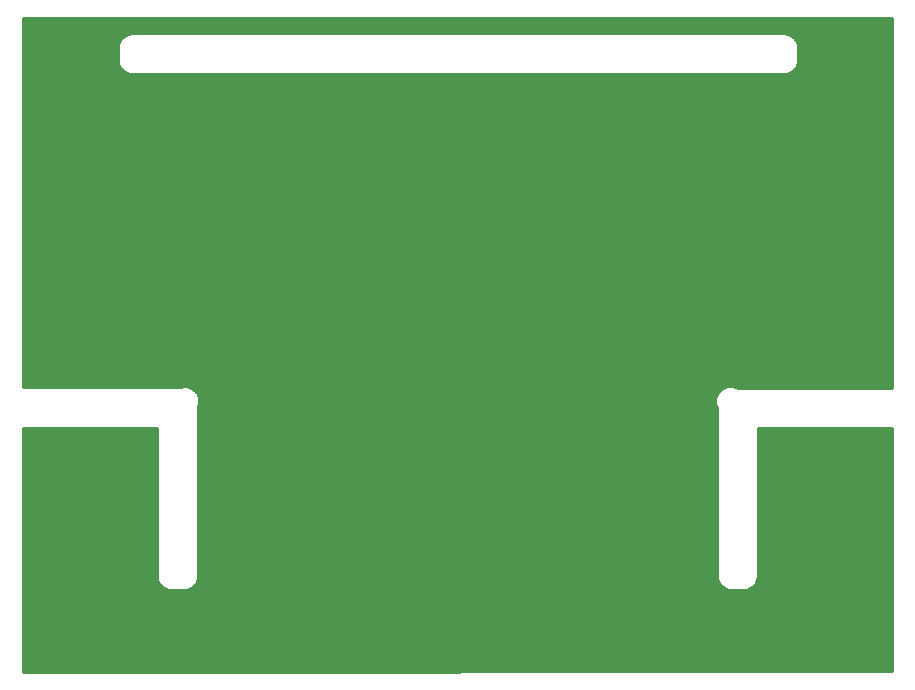
<source format=gbr>
%TF.GenerationSoftware,KiCad,Pcbnew,(5.1.8)-1*%
%TF.CreationDate,2021-12-10T09:08:58+01:00*%
%TF.ProjectId,FirePlaceBase,46697265-506c-4616-9365-426173652e6b,rev?*%
%TF.SameCoordinates,Original*%
%TF.FileFunction,Copper,L2,Bot*%
%TF.FilePolarity,Positive*%
%FSLAX46Y46*%
G04 Gerber Fmt 4.6, Leading zero omitted, Abs format (unit mm)*
G04 Created by KiCad (PCBNEW (5.1.8)-1) date 2021-12-10 09:08:58*
%MOMM*%
%LPD*%
G01*
G04 APERTURE LIST*
%TA.AperFunction,NonConductor*%
%ADD10C,0.254000*%
%TD*%
%TA.AperFunction,NonConductor*%
%ADD11C,0.100000*%
%TD*%
G04 APERTURE END LIST*
D10*
X152236500Y-28138604D02*
X152236501Y-28138614D01*
X152236500Y-29738604D01*
X152236501Y-29738614D01*
X152236500Y-57177000D01*
X139166392Y-57177000D01*
X139095342Y-57140172D01*
X139033470Y-57115425D01*
X138971997Y-57089836D01*
X138962162Y-57086904D01*
X138962157Y-57086902D01*
X138962149Y-57086900D01*
X138861179Y-57057565D01*
X138795672Y-57045305D01*
X138730391Y-57032142D01*
X138720188Y-57031177D01*
X138720181Y-57031176D01*
X138720174Y-57031176D01*
X138615417Y-57022011D01*
X138548795Y-57022709D01*
X138482189Y-57022476D01*
X138471979Y-57023513D01*
X138471977Y-57023513D01*
X138367435Y-57034870D01*
X138302193Y-57048500D01*
X138236830Y-57061205D01*
X138227016Y-57064205D01*
X138126670Y-57095652D01*
X138065321Y-57121693D01*
X138003676Y-57146850D01*
X137994631Y-57151700D01*
X137902304Y-57202038D01*
X137847190Y-57239493D01*
X137791592Y-57276153D01*
X137783662Y-57282666D01*
X137702870Y-57349979D01*
X137656057Y-57397450D01*
X137608658Y-57444192D01*
X137602144Y-57452122D01*
X137535966Y-57533846D01*
X137499286Y-57589475D01*
X137461852Y-57644557D01*
X137457003Y-57653601D01*
X137407959Y-57746622D01*
X137382776Y-57808331D01*
X137356762Y-57869615D01*
X137353761Y-57879429D01*
X137323718Y-57980204D01*
X137310999Y-58045635D01*
X137297383Y-58110812D01*
X137296347Y-58121008D01*
X137296346Y-58121015D01*
X137296346Y-58121021D01*
X137286450Y-58225714D01*
X137286683Y-58292319D01*
X137285985Y-58358941D01*
X137286951Y-58369158D01*
X137297578Y-58473778D01*
X137310747Y-58539088D01*
X137322999Y-58604558D01*
X137325931Y-58614393D01*
X137356676Y-58714956D01*
X137382293Y-58776498D01*
X137407016Y-58838311D01*
X137411802Y-58847389D01*
X137441001Y-58901845D01*
X137441000Y-73124604D01*
X137444059Y-73155662D01*
X137444038Y-73158665D01*
X137445039Y-73168878D01*
X137450145Y-73217461D01*
X137451635Y-73232584D01*
X137451788Y-73233089D01*
X137455403Y-73267480D01*
X137468800Y-73332745D01*
X137481281Y-73398171D01*
X137484247Y-73407996D01*
X137513565Y-73502706D01*
X137539399Y-73564162D01*
X137564334Y-73625879D01*
X137569151Y-73634940D01*
X137616306Y-73722152D01*
X137653581Y-73777415D01*
X137690036Y-73833124D01*
X137696522Y-73841077D01*
X137759719Y-73917469D01*
X137807009Y-73964430D01*
X137853597Y-74012004D01*
X137861504Y-74018546D01*
X137938335Y-74081208D01*
X137993854Y-74118095D01*
X138048790Y-74155710D01*
X138057809Y-74160587D01*
X138057814Y-74160590D01*
X138057819Y-74160592D01*
X138145356Y-74207136D01*
X138206943Y-74232520D01*
X138268174Y-74258764D01*
X138277977Y-74261799D01*
X138372891Y-74290455D01*
X138438275Y-74303401D01*
X138503398Y-74317244D01*
X138513604Y-74318317D01*
X138612275Y-74327992D01*
X138612277Y-74327992D01*
X138647895Y-74331500D01*
X139672605Y-74331500D01*
X139703663Y-74328441D01*
X139706665Y-74328462D01*
X139716878Y-74327461D01*
X139765446Y-74322356D01*
X139780585Y-74320865D01*
X139781090Y-74320712D01*
X139815480Y-74317097D01*
X139880745Y-74303700D01*
X139946171Y-74291219D01*
X139955996Y-74288253D01*
X140050706Y-74258935D01*
X140112162Y-74233101D01*
X140173879Y-74208166D01*
X140182940Y-74203349D01*
X140270152Y-74156194D01*
X140325415Y-74118919D01*
X140381124Y-74082464D01*
X140389077Y-74075978D01*
X140465469Y-74012781D01*
X140512430Y-73965491D01*
X140560004Y-73918903D01*
X140566546Y-73910996D01*
X140629208Y-73834165D01*
X140666095Y-73778646D01*
X140703710Y-73723710D01*
X140708589Y-73714687D01*
X140708590Y-73714686D01*
X140708592Y-73714681D01*
X140755136Y-73627144D01*
X140780520Y-73565557D01*
X140806764Y-73504326D01*
X140809799Y-73494523D01*
X140838455Y-73399609D01*
X140851401Y-73334225D01*
X140865244Y-73269102D01*
X140866317Y-73258896D01*
X140875992Y-73160225D01*
X140875992Y-73160223D01*
X140879500Y-73124605D01*
X140879500Y-60615500D01*
X152236501Y-60615500D01*
X152236500Y-81180622D01*
X78712783Y-81242878D01*
X78706716Y-60615500D01*
X90006501Y-60615500D01*
X90006500Y-73124604D01*
X90009559Y-73155662D01*
X90009538Y-73158665D01*
X90010539Y-73168878D01*
X90015645Y-73217461D01*
X90017135Y-73232584D01*
X90017288Y-73233089D01*
X90020903Y-73267480D01*
X90034300Y-73332745D01*
X90046781Y-73398171D01*
X90049747Y-73407996D01*
X90079065Y-73502706D01*
X90104899Y-73564162D01*
X90129834Y-73625879D01*
X90134651Y-73634940D01*
X90181806Y-73722152D01*
X90219081Y-73777415D01*
X90255536Y-73833124D01*
X90262022Y-73841077D01*
X90325219Y-73917469D01*
X90372509Y-73964430D01*
X90419097Y-74012004D01*
X90427004Y-74018546D01*
X90503835Y-74081208D01*
X90559354Y-74118095D01*
X90614290Y-74155710D01*
X90623309Y-74160587D01*
X90623314Y-74160590D01*
X90623319Y-74160592D01*
X90710856Y-74207136D01*
X90772443Y-74232520D01*
X90833674Y-74258764D01*
X90843477Y-74261799D01*
X90938391Y-74290455D01*
X91003775Y-74303401D01*
X91068898Y-74317244D01*
X91079104Y-74318317D01*
X91177775Y-74327992D01*
X91177777Y-74327992D01*
X91213395Y-74331500D01*
X92301605Y-74331500D01*
X92332663Y-74328441D01*
X92335665Y-74328462D01*
X92345878Y-74327461D01*
X92394446Y-74322356D01*
X92409585Y-74320865D01*
X92410090Y-74320712D01*
X92444480Y-74317097D01*
X92509745Y-74303700D01*
X92575171Y-74291219D01*
X92584996Y-74288253D01*
X92679706Y-74258935D01*
X92741162Y-74233101D01*
X92802879Y-74208166D01*
X92811940Y-74203349D01*
X92899152Y-74156194D01*
X92954415Y-74118919D01*
X93010124Y-74082464D01*
X93018077Y-74075978D01*
X93094469Y-74012781D01*
X93141430Y-73965491D01*
X93189004Y-73918903D01*
X93195546Y-73910996D01*
X93258208Y-73834165D01*
X93295095Y-73778646D01*
X93332710Y-73723710D01*
X93337589Y-73714687D01*
X93337590Y-73714686D01*
X93337592Y-73714681D01*
X93384136Y-73627144D01*
X93409520Y-73565557D01*
X93435764Y-73504326D01*
X93438799Y-73494523D01*
X93467455Y-73399609D01*
X93480401Y-73334225D01*
X93494244Y-73269102D01*
X93495317Y-73258896D01*
X93504992Y-73160225D01*
X93504992Y-73160223D01*
X93508500Y-73124605D01*
X93508500Y-58643613D01*
X93519800Y-58616613D01*
X93522751Y-58606784D01*
X93547849Y-58521013D01*
X93560232Y-58455541D01*
X93573523Y-58390269D01*
X93574508Y-58380054D01*
X93582467Y-58291041D01*
X93581897Y-58224423D01*
X93582257Y-58157818D01*
X93581240Y-58147606D01*
X93571759Y-58058744D01*
X93558261Y-57993508D01*
X93545675Y-57928089D01*
X93542693Y-57918269D01*
X93516133Y-57832941D01*
X93490205Y-57771531D01*
X93465168Y-57709843D01*
X93460337Y-57700790D01*
X93417708Y-57622245D01*
X93380352Y-57567050D01*
X93343805Y-57511392D01*
X93337307Y-57503449D01*
X93280234Y-57434681D01*
X93232848Y-57387772D01*
X93186209Y-57340295D01*
X93178292Y-57333765D01*
X93108949Y-57277391D01*
X93053387Y-57240601D01*
X92998373Y-57203060D01*
X92989339Y-57198193D01*
X92910365Y-57156362D01*
X92848728Y-57131071D01*
X92787473Y-57104930D01*
X92777665Y-57101911D01*
X92777653Y-57101907D01*
X92692072Y-57076215D01*
X92626693Y-57063376D01*
X92561509Y-57049628D01*
X92551301Y-57048571D01*
X92462346Y-57039991D01*
X92395686Y-57040096D01*
X92329129Y-57039271D01*
X92318911Y-57040217D01*
X92318901Y-57040218D01*
X92318897Y-57040218D01*
X92229984Y-57049077D01*
X92164632Y-57062124D01*
X92099144Y-57074250D01*
X92089316Y-57077159D01*
X92089304Y-57077163D01*
X92003792Y-57103127D01*
X91978738Y-57113500D01*
X78706500Y-57113500D01*
X78706500Y-28348396D01*
X86704500Y-28348396D01*
X86704501Y-29436605D01*
X86707559Y-29467654D01*
X86707538Y-29470665D01*
X86708539Y-29480878D01*
X86713660Y-29529597D01*
X86715136Y-29544585D01*
X86715288Y-29545085D01*
X86718903Y-29579480D01*
X86732300Y-29644745D01*
X86744781Y-29710171D01*
X86747747Y-29719996D01*
X86777065Y-29814706D01*
X86802899Y-29876162D01*
X86827834Y-29937879D01*
X86832651Y-29946940D01*
X86879806Y-30034152D01*
X86917081Y-30089415D01*
X86953536Y-30145124D01*
X86960022Y-30153077D01*
X87023219Y-30229469D01*
X87070509Y-30276430D01*
X87117097Y-30324004D01*
X87125004Y-30330546D01*
X87201835Y-30393208D01*
X87257354Y-30430095D01*
X87312290Y-30467710D01*
X87321309Y-30472587D01*
X87321314Y-30472590D01*
X87321319Y-30472592D01*
X87408856Y-30519136D01*
X87470443Y-30544520D01*
X87531674Y-30570764D01*
X87541477Y-30573799D01*
X87636391Y-30602455D01*
X87701775Y-30615401D01*
X87766898Y-30629244D01*
X87777104Y-30630317D01*
X87875775Y-30639992D01*
X87875777Y-30639992D01*
X87911395Y-30643500D01*
X143101605Y-30643500D01*
X143132663Y-30640441D01*
X143135665Y-30640462D01*
X143145878Y-30639461D01*
X143194446Y-30634356D01*
X143209585Y-30632865D01*
X143210090Y-30632712D01*
X143244480Y-30629097D01*
X143309745Y-30615700D01*
X143375171Y-30603219D01*
X143384996Y-30600253D01*
X143479706Y-30570935D01*
X143541162Y-30545101D01*
X143602879Y-30520166D01*
X143611940Y-30515349D01*
X143699152Y-30468194D01*
X143754415Y-30430919D01*
X143810124Y-30394464D01*
X143818077Y-30387978D01*
X143894469Y-30324781D01*
X143941430Y-30277491D01*
X143989004Y-30230903D01*
X143995546Y-30222996D01*
X144058208Y-30146165D01*
X144095095Y-30090646D01*
X144132710Y-30035710D01*
X144137589Y-30026687D01*
X144137590Y-30026686D01*
X144137592Y-30026681D01*
X144184136Y-29939144D01*
X144209520Y-29877557D01*
X144235764Y-29816326D01*
X144238799Y-29806523D01*
X144267455Y-29711609D01*
X144280401Y-29646225D01*
X144294244Y-29581102D01*
X144295317Y-29570896D01*
X144304992Y-29472225D01*
X144304992Y-29472223D01*
X144308500Y-29436605D01*
X144308500Y-28348395D01*
X144305441Y-28317337D01*
X144305462Y-28314335D01*
X144304461Y-28304122D01*
X144299356Y-28255554D01*
X144297865Y-28240415D01*
X144297712Y-28239910D01*
X144294097Y-28205520D01*
X144280700Y-28140255D01*
X144268219Y-28074829D01*
X144265253Y-28065004D01*
X144235935Y-27970294D01*
X144210101Y-27908838D01*
X144185166Y-27847121D01*
X144180349Y-27838060D01*
X144133194Y-27750848D01*
X144095919Y-27695585D01*
X144059464Y-27639876D01*
X144052978Y-27631923D01*
X143989781Y-27555531D01*
X143942508Y-27508587D01*
X143895903Y-27460996D01*
X143887996Y-27454454D01*
X143811165Y-27391792D01*
X143755646Y-27354905D01*
X143700710Y-27317290D01*
X143691691Y-27312413D01*
X143691686Y-27312410D01*
X143691681Y-27312408D01*
X143604144Y-27265864D01*
X143542584Y-27240491D01*
X143481327Y-27214236D01*
X143471523Y-27211201D01*
X143376610Y-27182545D01*
X143311218Y-27169597D01*
X143246102Y-27155756D01*
X143235896Y-27154683D01*
X143137225Y-27145008D01*
X143137223Y-27145008D01*
X143101605Y-27141500D01*
X87911395Y-27141500D01*
X87880337Y-27144559D01*
X87877335Y-27144538D01*
X87867122Y-27145539D01*
X87818554Y-27150644D01*
X87803415Y-27152135D01*
X87802910Y-27152288D01*
X87768520Y-27155903D01*
X87703255Y-27169300D01*
X87637829Y-27181781D01*
X87628004Y-27184747D01*
X87533294Y-27214065D01*
X87471838Y-27239899D01*
X87410121Y-27264834D01*
X87401060Y-27269651D01*
X87313848Y-27316806D01*
X87258585Y-27354081D01*
X87202876Y-27390536D01*
X87194923Y-27397022D01*
X87118531Y-27460219D01*
X87071587Y-27507492D01*
X87023996Y-27554097D01*
X87017454Y-27562004D01*
X86954792Y-27638835D01*
X86917905Y-27694354D01*
X86880290Y-27749290D01*
X86875413Y-27758309D01*
X86875410Y-27758314D01*
X86875409Y-27758317D01*
X86828864Y-27845856D01*
X86803491Y-27907416D01*
X86777236Y-27968673D01*
X86774201Y-27978477D01*
X86745545Y-28073390D01*
X86732597Y-28138782D01*
X86718756Y-28203898D01*
X86717683Y-28214104D01*
X86708008Y-28312775D01*
X86704500Y-28348396D01*
X78706500Y-28348396D01*
X78706500Y-25837500D01*
X152236501Y-25837500D01*
X152236500Y-28138604D01*
%TA.AperFunction,NonConductor*%
D11*
G36*
X152236500Y-28138604D02*
G01*
X152236501Y-28138614D01*
X152236500Y-29738604D01*
X152236501Y-29738614D01*
X152236500Y-57177000D01*
X139166392Y-57177000D01*
X139095342Y-57140172D01*
X139033470Y-57115425D01*
X138971997Y-57089836D01*
X138962162Y-57086904D01*
X138962157Y-57086902D01*
X138962149Y-57086900D01*
X138861179Y-57057565D01*
X138795672Y-57045305D01*
X138730391Y-57032142D01*
X138720188Y-57031177D01*
X138720181Y-57031176D01*
X138720174Y-57031176D01*
X138615417Y-57022011D01*
X138548795Y-57022709D01*
X138482189Y-57022476D01*
X138471979Y-57023513D01*
X138471977Y-57023513D01*
X138367435Y-57034870D01*
X138302193Y-57048500D01*
X138236830Y-57061205D01*
X138227016Y-57064205D01*
X138126670Y-57095652D01*
X138065321Y-57121693D01*
X138003676Y-57146850D01*
X137994631Y-57151700D01*
X137902304Y-57202038D01*
X137847190Y-57239493D01*
X137791592Y-57276153D01*
X137783662Y-57282666D01*
X137702870Y-57349979D01*
X137656057Y-57397450D01*
X137608658Y-57444192D01*
X137602144Y-57452122D01*
X137535966Y-57533846D01*
X137499286Y-57589475D01*
X137461852Y-57644557D01*
X137457003Y-57653601D01*
X137407959Y-57746622D01*
X137382776Y-57808331D01*
X137356762Y-57869615D01*
X137353761Y-57879429D01*
X137323718Y-57980204D01*
X137310999Y-58045635D01*
X137297383Y-58110812D01*
X137296347Y-58121008D01*
X137296346Y-58121015D01*
X137296346Y-58121021D01*
X137286450Y-58225714D01*
X137286683Y-58292319D01*
X137285985Y-58358941D01*
X137286951Y-58369158D01*
X137297578Y-58473778D01*
X137310747Y-58539088D01*
X137322999Y-58604558D01*
X137325931Y-58614393D01*
X137356676Y-58714956D01*
X137382293Y-58776498D01*
X137407016Y-58838311D01*
X137411802Y-58847389D01*
X137441001Y-58901845D01*
X137441000Y-73124604D01*
X137444059Y-73155662D01*
X137444038Y-73158665D01*
X137445039Y-73168878D01*
X137450145Y-73217461D01*
X137451635Y-73232584D01*
X137451788Y-73233089D01*
X137455403Y-73267480D01*
X137468800Y-73332745D01*
X137481281Y-73398171D01*
X137484247Y-73407996D01*
X137513565Y-73502706D01*
X137539399Y-73564162D01*
X137564334Y-73625879D01*
X137569151Y-73634940D01*
X137616306Y-73722152D01*
X137653581Y-73777415D01*
X137690036Y-73833124D01*
X137696522Y-73841077D01*
X137759719Y-73917469D01*
X137807009Y-73964430D01*
X137853597Y-74012004D01*
X137861504Y-74018546D01*
X137938335Y-74081208D01*
X137993854Y-74118095D01*
X138048790Y-74155710D01*
X138057809Y-74160587D01*
X138057814Y-74160590D01*
X138057819Y-74160592D01*
X138145356Y-74207136D01*
X138206943Y-74232520D01*
X138268174Y-74258764D01*
X138277977Y-74261799D01*
X138372891Y-74290455D01*
X138438275Y-74303401D01*
X138503398Y-74317244D01*
X138513604Y-74318317D01*
X138612275Y-74327992D01*
X138612277Y-74327992D01*
X138647895Y-74331500D01*
X139672605Y-74331500D01*
X139703663Y-74328441D01*
X139706665Y-74328462D01*
X139716878Y-74327461D01*
X139765446Y-74322356D01*
X139780585Y-74320865D01*
X139781090Y-74320712D01*
X139815480Y-74317097D01*
X139880745Y-74303700D01*
X139946171Y-74291219D01*
X139955996Y-74288253D01*
X140050706Y-74258935D01*
X140112162Y-74233101D01*
X140173879Y-74208166D01*
X140182940Y-74203349D01*
X140270152Y-74156194D01*
X140325415Y-74118919D01*
X140381124Y-74082464D01*
X140389077Y-74075978D01*
X140465469Y-74012781D01*
X140512430Y-73965491D01*
X140560004Y-73918903D01*
X140566546Y-73910996D01*
X140629208Y-73834165D01*
X140666095Y-73778646D01*
X140703710Y-73723710D01*
X140708589Y-73714687D01*
X140708590Y-73714686D01*
X140708592Y-73714681D01*
X140755136Y-73627144D01*
X140780520Y-73565557D01*
X140806764Y-73504326D01*
X140809799Y-73494523D01*
X140838455Y-73399609D01*
X140851401Y-73334225D01*
X140865244Y-73269102D01*
X140866317Y-73258896D01*
X140875992Y-73160225D01*
X140875992Y-73160223D01*
X140879500Y-73124605D01*
X140879500Y-60615500D01*
X152236501Y-60615500D01*
X152236500Y-81180622D01*
X78712783Y-81242878D01*
X78706716Y-60615500D01*
X90006501Y-60615500D01*
X90006500Y-73124604D01*
X90009559Y-73155662D01*
X90009538Y-73158665D01*
X90010539Y-73168878D01*
X90015645Y-73217461D01*
X90017135Y-73232584D01*
X90017288Y-73233089D01*
X90020903Y-73267480D01*
X90034300Y-73332745D01*
X90046781Y-73398171D01*
X90049747Y-73407996D01*
X90079065Y-73502706D01*
X90104899Y-73564162D01*
X90129834Y-73625879D01*
X90134651Y-73634940D01*
X90181806Y-73722152D01*
X90219081Y-73777415D01*
X90255536Y-73833124D01*
X90262022Y-73841077D01*
X90325219Y-73917469D01*
X90372509Y-73964430D01*
X90419097Y-74012004D01*
X90427004Y-74018546D01*
X90503835Y-74081208D01*
X90559354Y-74118095D01*
X90614290Y-74155710D01*
X90623309Y-74160587D01*
X90623314Y-74160590D01*
X90623319Y-74160592D01*
X90710856Y-74207136D01*
X90772443Y-74232520D01*
X90833674Y-74258764D01*
X90843477Y-74261799D01*
X90938391Y-74290455D01*
X91003775Y-74303401D01*
X91068898Y-74317244D01*
X91079104Y-74318317D01*
X91177775Y-74327992D01*
X91177777Y-74327992D01*
X91213395Y-74331500D01*
X92301605Y-74331500D01*
X92332663Y-74328441D01*
X92335665Y-74328462D01*
X92345878Y-74327461D01*
X92394446Y-74322356D01*
X92409585Y-74320865D01*
X92410090Y-74320712D01*
X92444480Y-74317097D01*
X92509745Y-74303700D01*
X92575171Y-74291219D01*
X92584996Y-74288253D01*
X92679706Y-74258935D01*
X92741162Y-74233101D01*
X92802879Y-74208166D01*
X92811940Y-74203349D01*
X92899152Y-74156194D01*
X92954415Y-74118919D01*
X93010124Y-74082464D01*
X93018077Y-74075978D01*
X93094469Y-74012781D01*
X93141430Y-73965491D01*
X93189004Y-73918903D01*
X93195546Y-73910996D01*
X93258208Y-73834165D01*
X93295095Y-73778646D01*
X93332710Y-73723710D01*
X93337589Y-73714687D01*
X93337590Y-73714686D01*
X93337592Y-73714681D01*
X93384136Y-73627144D01*
X93409520Y-73565557D01*
X93435764Y-73504326D01*
X93438799Y-73494523D01*
X93467455Y-73399609D01*
X93480401Y-73334225D01*
X93494244Y-73269102D01*
X93495317Y-73258896D01*
X93504992Y-73160225D01*
X93504992Y-73160223D01*
X93508500Y-73124605D01*
X93508500Y-58643613D01*
X93519800Y-58616613D01*
X93522751Y-58606784D01*
X93547849Y-58521013D01*
X93560232Y-58455541D01*
X93573523Y-58390269D01*
X93574508Y-58380054D01*
X93582467Y-58291041D01*
X93581897Y-58224423D01*
X93582257Y-58157818D01*
X93581240Y-58147606D01*
X93571759Y-58058744D01*
X93558261Y-57993508D01*
X93545675Y-57928089D01*
X93542693Y-57918269D01*
X93516133Y-57832941D01*
X93490205Y-57771531D01*
X93465168Y-57709843D01*
X93460337Y-57700790D01*
X93417708Y-57622245D01*
X93380352Y-57567050D01*
X93343805Y-57511392D01*
X93337307Y-57503449D01*
X93280234Y-57434681D01*
X93232848Y-57387772D01*
X93186209Y-57340295D01*
X93178292Y-57333765D01*
X93108949Y-57277391D01*
X93053387Y-57240601D01*
X92998373Y-57203060D01*
X92989339Y-57198193D01*
X92910365Y-57156362D01*
X92848728Y-57131071D01*
X92787473Y-57104930D01*
X92777665Y-57101911D01*
X92777653Y-57101907D01*
X92692072Y-57076215D01*
X92626693Y-57063376D01*
X92561509Y-57049628D01*
X92551301Y-57048571D01*
X92462346Y-57039991D01*
X92395686Y-57040096D01*
X92329129Y-57039271D01*
X92318911Y-57040217D01*
X92318901Y-57040218D01*
X92318897Y-57040218D01*
X92229984Y-57049077D01*
X92164632Y-57062124D01*
X92099144Y-57074250D01*
X92089316Y-57077159D01*
X92089304Y-57077163D01*
X92003792Y-57103127D01*
X91978738Y-57113500D01*
X78706500Y-57113500D01*
X78706500Y-28348396D01*
X86704500Y-28348396D01*
X86704501Y-29436605D01*
X86707559Y-29467654D01*
X86707538Y-29470665D01*
X86708539Y-29480878D01*
X86713660Y-29529597D01*
X86715136Y-29544585D01*
X86715288Y-29545085D01*
X86718903Y-29579480D01*
X86732300Y-29644745D01*
X86744781Y-29710171D01*
X86747747Y-29719996D01*
X86777065Y-29814706D01*
X86802899Y-29876162D01*
X86827834Y-29937879D01*
X86832651Y-29946940D01*
X86879806Y-30034152D01*
X86917081Y-30089415D01*
X86953536Y-30145124D01*
X86960022Y-30153077D01*
X87023219Y-30229469D01*
X87070509Y-30276430D01*
X87117097Y-30324004D01*
X87125004Y-30330546D01*
X87201835Y-30393208D01*
X87257354Y-30430095D01*
X87312290Y-30467710D01*
X87321309Y-30472587D01*
X87321314Y-30472590D01*
X87321319Y-30472592D01*
X87408856Y-30519136D01*
X87470443Y-30544520D01*
X87531674Y-30570764D01*
X87541477Y-30573799D01*
X87636391Y-30602455D01*
X87701775Y-30615401D01*
X87766898Y-30629244D01*
X87777104Y-30630317D01*
X87875775Y-30639992D01*
X87875777Y-30639992D01*
X87911395Y-30643500D01*
X143101605Y-30643500D01*
X143132663Y-30640441D01*
X143135665Y-30640462D01*
X143145878Y-30639461D01*
X143194446Y-30634356D01*
X143209585Y-30632865D01*
X143210090Y-30632712D01*
X143244480Y-30629097D01*
X143309745Y-30615700D01*
X143375171Y-30603219D01*
X143384996Y-30600253D01*
X143479706Y-30570935D01*
X143541162Y-30545101D01*
X143602879Y-30520166D01*
X143611940Y-30515349D01*
X143699152Y-30468194D01*
X143754415Y-30430919D01*
X143810124Y-30394464D01*
X143818077Y-30387978D01*
X143894469Y-30324781D01*
X143941430Y-30277491D01*
X143989004Y-30230903D01*
X143995546Y-30222996D01*
X144058208Y-30146165D01*
X144095095Y-30090646D01*
X144132710Y-30035710D01*
X144137589Y-30026687D01*
X144137590Y-30026686D01*
X144137592Y-30026681D01*
X144184136Y-29939144D01*
X144209520Y-29877557D01*
X144235764Y-29816326D01*
X144238799Y-29806523D01*
X144267455Y-29711609D01*
X144280401Y-29646225D01*
X144294244Y-29581102D01*
X144295317Y-29570896D01*
X144304992Y-29472225D01*
X144304992Y-29472223D01*
X144308500Y-29436605D01*
X144308500Y-28348395D01*
X144305441Y-28317337D01*
X144305462Y-28314335D01*
X144304461Y-28304122D01*
X144299356Y-28255554D01*
X144297865Y-28240415D01*
X144297712Y-28239910D01*
X144294097Y-28205520D01*
X144280700Y-28140255D01*
X144268219Y-28074829D01*
X144265253Y-28065004D01*
X144235935Y-27970294D01*
X144210101Y-27908838D01*
X144185166Y-27847121D01*
X144180349Y-27838060D01*
X144133194Y-27750848D01*
X144095919Y-27695585D01*
X144059464Y-27639876D01*
X144052978Y-27631923D01*
X143989781Y-27555531D01*
X143942508Y-27508587D01*
X143895903Y-27460996D01*
X143887996Y-27454454D01*
X143811165Y-27391792D01*
X143755646Y-27354905D01*
X143700710Y-27317290D01*
X143691691Y-27312413D01*
X143691686Y-27312410D01*
X143691681Y-27312408D01*
X143604144Y-27265864D01*
X143542584Y-27240491D01*
X143481327Y-27214236D01*
X143471523Y-27211201D01*
X143376610Y-27182545D01*
X143311218Y-27169597D01*
X143246102Y-27155756D01*
X143235896Y-27154683D01*
X143137225Y-27145008D01*
X143137223Y-27145008D01*
X143101605Y-27141500D01*
X87911395Y-27141500D01*
X87880337Y-27144559D01*
X87877335Y-27144538D01*
X87867122Y-27145539D01*
X87818554Y-27150644D01*
X87803415Y-27152135D01*
X87802910Y-27152288D01*
X87768520Y-27155903D01*
X87703255Y-27169300D01*
X87637829Y-27181781D01*
X87628004Y-27184747D01*
X87533294Y-27214065D01*
X87471838Y-27239899D01*
X87410121Y-27264834D01*
X87401060Y-27269651D01*
X87313848Y-27316806D01*
X87258585Y-27354081D01*
X87202876Y-27390536D01*
X87194923Y-27397022D01*
X87118531Y-27460219D01*
X87071587Y-27507492D01*
X87023996Y-27554097D01*
X87017454Y-27562004D01*
X86954792Y-27638835D01*
X86917905Y-27694354D01*
X86880290Y-27749290D01*
X86875413Y-27758309D01*
X86875410Y-27758314D01*
X86875409Y-27758317D01*
X86828864Y-27845856D01*
X86803491Y-27907416D01*
X86777236Y-27968673D01*
X86774201Y-27978477D01*
X86745545Y-28073390D01*
X86732597Y-28138782D01*
X86718756Y-28203898D01*
X86717683Y-28214104D01*
X86708008Y-28312775D01*
X86704500Y-28348396D01*
X78706500Y-28348396D01*
X78706500Y-25837500D01*
X152236501Y-25837500D01*
X152236500Y-28138604D01*
G37*
%TD.AperFunction*%
M02*

</source>
